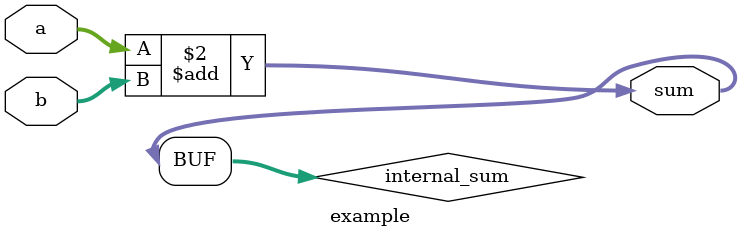
<source format=v>

module example(
    input [7:0] a,  // 8-bit input
    input [7:0] b,  // 8-bit input
    output [8:0] sum  // Appropriately sized output
);

    // Properly sized register for the sum operation
    reg [8:0] internal_sum;

    always @(a or b) begin
        internal_sum = a + b;  // Correct sizing for the operation
        sum = internal_sum;
    end

endmodule
</source>
